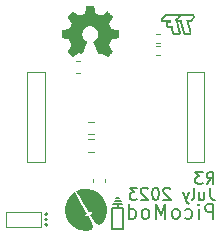
<source format=gbr>
%TF.GenerationSoftware,KiCad,Pcbnew,7.0.2*%
%TF.CreationDate,2023-09-13T14:25:54-04:00*%
%TF.ProjectId,PicoMod,5069636f-4d6f-4642-9e6b-696361645f70,rev?*%
%TF.SameCoordinates,Original*%
%TF.FileFunction,Legend,Bot*%
%TF.FilePolarity,Positive*%
%FSLAX46Y46*%
G04 Gerber Fmt 4.6, Leading zero omitted, Abs format (unit mm)*
G04 Created by KiCad (PCBNEW 7.0.2) date 2023-09-13 14:25:54*
%MOMM*%
%LPD*%
G01*
G04 APERTURE LIST*
%ADD10C,0.200000*%
%ADD11C,0.150000*%
%ADD12C,0.120000*%
%ADD13C,0.100000*%
G04 APERTURE END LIST*
D10*
X24200000Y-38650000D02*
G75*
G03*
X24200000Y-38650000I-100000J0D01*
G01*
D11*
X29900000Y-37050000D02*
X30400000Y-37050000D01*
X30150000Y-37350000D02*
X30150000Y-37650000D01*
D10*
X24200000Y-39100000D02*
G75*
G03*
X24200000Y-39100000I-100000J0D01*
G01*
X24200000Y-38200000D02*
G75*
G03*
X24200000Y-38200000I-100000J0D01*
G01*
D11*
X29750000Y-37350000D02*
X30550000Y-37350000D01*
X30050000Y-36800000D02*
X30250000Y-36800000D01*
X37690476Y-35627619D02*
X38023809Y-35151428D01*
X38261904Y-35627619D02*
X38261904Y-34627619D01*
X38261904Y-34627619D02*
X37880952Y-34627619D01*
X37880952Y-34627619D02*
X37785714Y-34675238D01*
X37785714Y-34675238D02*
X37738095Y-34722857D01*
X37738095Y-34722857D02*
X37690476Y-34818095D01*
X37690476Y-34818095D02*
X37690476Y-34960952D01*
X37690476Y-34960952D02*
X37738095Y-35056190D01*
X37738095Y-35056190D02*
X37785714Y-35103809D01*
X37785714Y-35103809D02*
X37880952Y-35151428D01*
X37880952Y-35151428D02*
X38261904Y-35151428D01*
X37357142Y-34627619D02*
X36738095Y-34627619D01*
X36738095Y-34627619D02*
X37071428Y-35008571D01*
X37071428Y-35008571D02*
X36928571Y-35008571D01*
X36928571Y-35008571D02*
X36833333Y-35056190D01*
X36833333Y-35056190D02*
X36785714Y-35103809D01*
X36785714Y-35103809D02*
X36738095Y-35199047D01*
X36738095Y-35199047D02*
X36738095Y-35437142D01*
X36738095Y-35437142D02*
X36785714Y-35532380D01*
X36785714Y-35532380D02*
X36833333Y-35580000D01*
X36833333Y-35580000D02*
X36928571Y-35627619D01*
X36928571Y-35627619D02*
X37214285Y-35627619D01*
X37214285Y-35627619D02*
X37309523Y-35580000D01*
X37309523Y-35580000D02*
X37357142Y-35532380D01*
X37976190Y-35977619D02*
X37976190Y-36691904D01*
X37976190Y-36691904D02*
X38023809Y-36834761D01*
X38023809Y-36834761D02*
X38119047Y-36930000D01*
X38119047Y-36930000D02*
X38261904Y-36977619D01*
X38261904Y-36977619D02*
X38357142Y-36977619D01*
X37071428Y-36310952D02*
X37071428Y-36977619D01*
X37499999Y-36310952D02*
X37499999Y-36834761D01*
X37499999Y-36834761D02*
X37452380Y-36930000D01*
X37452380Y-36930000D02*
X37357142Y-36977619D01*
X37357142Y-36977619D02*
X37214285Y-36977619D01*
X37214285Y-36977619D02*
X37119047Y-36930000D01*
X37119047Y-36930000D02*
X37071428Y-36882380D01*
X36452380Y-36977619D02*
X36547618Y-36930000D01*
X36547618Y-36930000D02*
X36595237Y-36834761D01*
X36595237Y-36834761D02*
X36595237Y-35977619D01*
X36166665Y-36310952D02*
X35928570Y-36977619D01*
X35690475Y-36310952D02*
X35928570Y-36977619D01*
X35928570Y-36977619D02*
X36023808Y-37215714D01*
X36023808Y-37215714D02*
X36071427Y-37263333D01*
X36071427Y-37263333D02*
X36166665Y-37310952D01*
X34595236Y-36072857D02*
X34547617Y-36025238D01*
X34547617Y-36025238D02*
X34452379Y-35977619D01*
X34452379Y-35977619D02*
X34214284Y-35977619D01*
X34214284Y-35977619D02*
X34119046Y-36025238D01*
X34119046Y-36025238D02*
X34071427Y-36072857D01*
X34071427Y-36072857D02*
X34023808Y-36168095D01*
X34023808Y-36168095D02*
X34023808Y-36263333D01*
X34023808Y-36263333D02*
X34071427Y-36406190D01*
X34071427Y-36406190D02*
X34642855Y-36977619D01*
X34642855Y-36977619D02*
X34023808Y-36977619D01*
X33404760Y-35977619D02*
X33309522Y-35977619D01*
X33309522Y-35977619D02*
X33214284Y-36025238D01*
X33214284Y-36025238D02*
X33166665Y-36072857D01*
X33166665Y-36072857D02*
X33119046Y-36168095D01*
X33119046Y-36168095D02*
X33071427Y-36358571D01*
X33071427Y-36358571D02*
X33071427Y-36596666D01*
X33071427Y-36596666D02*
X33119046Y-36787142D01*
X33119046Y-36787142D02*
X33166665Y-36882380D01*
X33166665Y-36882380D02*
X33214284Y-36930000D01*
X33214284Y-36930000D02*
X33309522Y-36977619D01*
X33309522Y-36977619D02*
X33404760Y-36977619D01*
X33404760Y-36977619D02*
X33499998Y-36930000D01*
X33499998Y-36930000D02*
X33547617Y-36882380D01*
X33547617Y-36882380D02*
X33595236Y-36787142D01*
X33595236Y-36787142D02*
X33642855Y-36596666D01*
X33642855Y-36596666D02*
X33642855Y-36358571D01*
X33642855Y-36358571D02*
X33595236Y-36168095D01*
X33595236Y-36168095D02*
X33547617Y-36072857D01*
X33547617Y-36072857D02*
X33499998Y-36025238D01*
X33499998Y-36025238D02*
X33404760Y-35977619D01*
X32690474Y-36072857D02*
X32642855Y-36025238D01*
X32642855Y-36025238D02*
X32547617Y-35977619D01*
X32547617Y-35977619D02*
X32309522Y-35977619D01*
X32309522Y-35977619D02*
X32214284Y-36025238D01*
X32214284Y-36025238D02*
X32166665Y-36072857D01*
X32166665Y-36072857D02*
X32119046Y-36168095D01*
X32119046Y-36168095D02*
X32119046Y-36263333D01*
X32119046Y-36263333D02*
X32166665Y-36406190D01*
X32166665Y-36406190D02*
X32738093Y-36977619D01*
X32738093Y-36977619D02*
X32119046Y-36977619D01*
X31785712Y-35977619D02*
X31166665Y-35977619D01*
X31166665Y-35977619D02*
X31499998Y-36358571D01*
X31499998Y-36358571D02*
X31357141Y-36358571D01*
X31357141Y-36358571D02*
X31261903Y-36406190D01*
X31261903Y-36406190D02*
X31214284Y-36453809D01*
X31214284Y-36453809D02*
X31166665Y-36549047D01*
X31166665Y-36549047D02*
X31166665Y-36787142D01*
X31166665Y-36787142D02*
X31214284Y-36882380D01*
X31214284Y-36882380D02*
X31261903Y-36930000D01*
X31261903Y-36930000D02*
X31357141Y-36977619D01*
X31357141Y-36977619D02*
X31642855Y-36977619D01*
X31642855Y-36977619D02*
X31738093Y-36930000D01*
X31738093Y-36930000D02*
X31785712Y-36882380D01*
X38252380Y-38597023D02*
X38252380Y-37347023D01*
X38252380Y-37347023D02*
X37776190Y-37347023D01*
X37776190Y-37347023D02*
X37657142Y-37406547D01*
X37657142Y-37406547D02*
X37597619Y-37466071D01*
X37597619Y-37466071D02*
X37538095Y-37585119D01*
X37538095Y-37585119D02*
X37538095Y-37763690D01*
X37538095Y-37763690D02*
X37597619Y-37882738D01*
X37597619Y-37882738D02*
X37657142Y-37942261D01*
X37657142Y-37942261D02*
X37776190Y-38001785D01*
X37776190Y-38001785D02*
X38252380Y-38001785D01*
X37002380Y-38597023D02*
X37002380Y-37763690D01*
X37002380Y-37347023D02*
X37061904Y-37406547D01*
X37061904Y-37406547D02*
X37002380Y-37466071D01*
X37002380Y-37466071D02*
X36942857Y-37406547D01*
X36942857Y-37406547D02*
X37002380Y-37347023D01*
X37002380Y-37347023D02*
X37002380Y-37466071D01*
X35871428Y-38537500D02*
X35990476Y-38597023D01*
X35990476Y-38597023D02*
X36228571Y-38597023D01*
X36228571Y-38597023D02*
X36347619Y-38537500D01*
X36347619Y-38537500D02*
X36407142Y-38477976D01*
X36407142Y-38477976D02*
X36466666Y-38358928D01*
X36466666Y-38358928D02*
X36466666Y-38001785D01*
X36466666Y-38001785D02*
X36407142Y-37882738D01*
X36407142Y-37882738D02*
X36347619Y-37823214D01*
X36347619Y-37823214D02*
X36228571Y-37763690D01*
X36228571Y-37763690D02*
X35990476Y-37763690D01*
X35990476Y-37763690D02*
X35871428Y-37823214D01*
X35157142Y-38597023D02*
X35276190Y-38537500D01*
X35276190Y-38537500D02*
X35335713Y-38477976D01*
X35335713Y-38477976D02*
X35395237Y-38358928D01*
X35395237Y-38358928D02*
X35395237Y-38001785D01*
X35395237Y-38001785D02*
X35335713Y-37882738D01*
X35335713Y-37882738D02*
X35276190Y-37823214D01*
X35276190Y-37823214D02*
X35157142Y-37763690D01*
X35157142Y-37763690D02*
X34978571Y-37763690D01*
X34978571Y-37763690D02*
X34859523Y-37823214D01*
X34859523Y-37823214D02*
X34799999Y-37882738D01*
X34799999Y-37882738D02*
X34740475Y-38001785D01*
X34740475Y-38001785D02*
X34740475Y-38358928D01*
X34740475Y-38358928D02*
X34799999Y-38477976D01*
X34799999Y-38477976D02*
X34859523Y-38537500D01*
X34859523Y-38537500D02*
X34978571Y-38597023D01*
X34978571Y-38597023D02*
X35157142Y-38597023D01*
X34204761Y-38597023D02*
X34204761Y-37347023D01*
X34204761Y-37347023D02*
X33788095Y-38239880D01*
X33788095Y-38239880D02*
X33371428Y-37347023D01*
X33371428Y-37347023D02*
X33371428Y-38597023D01*
X32597619Y-38597023D02*
X32716667Y-38537500D01*
X32716667Y-38537500D02*
X32776190Y-38477976D01*
X32776190Y-38477976D02*
X32835714Y-38358928D01*
X32835714Y-38358928D02*
X32835714Y-38001785D01*
X32835714Y-38001785D02*
X32776190Y-37882738D01*
X32776190Y-37882738D02*
X32716667Y-37823214D01*
X32716667Y-37823214D02*
X32597619Y-37763690D01*
X32597619Y-37763690D02*
X32419048Y-37763690D01*
X32419048Y-37763690D02*
X32300000Y-37823214D01*
X32300000Y-37823214D02*
X32240476Y-37882738D01*
X32240476Y-37882738D02*
X32180952Y-38001785D01*
X32180952Y-38001785D02*
X32180952Y-38358928D01*
X32180952Y-38358928D02*
X32240476Y-38477976D01*
X32240476Y-38477976D02*
X32300000Y-38537500D01*
X32300000Y-38537500D02*
X32419048Y-38597023D01*
X32419048Y-38597023D02*
X32597619Y-38597023D01*
X31109524Y-38597023D02*
X31109524Y-37347023D01*
X31109524Y-38537500D02*
X31228572Y-38597023D01*
X31228572Y-38597023D02*
X31466667Y-38597023D01*
X31466667Y-38597023D02*
X31585715Y-38537500D01*
X31585715Y-38537500D02*
X31645238Y-38477976D01*
X31645238Y-38477976D02*
X31704762Y-38358928D01*
X31704762Y-38358928D02*
X31704762Y-38001785D01*
X31704762Y-38001785D02*
X31645238Y-37882738D01*
X31645238Y-37882738D02*
X31585715Y-37823214D01*
X31585715Y-37823214D02*
X31466667Y-37763690D01*
X31466667Y-37763690D02*
X31228572Y-37763690D01*
X31228572Y-37763690D02*
X31109524Y-37823214D01*
%TO.C,TP1*%
X30650000Y-37650000D02*
X29650000Y-37650000D01*
X29650000Y-37650000D02*
X29650000Y-39450000D01*
X30650000Y-39450000D02*
X30650000Y-37650000D01*
X29650000Y-39450000D02*
X30650000Y-39450000D01*
%TO.C,G\u002A\u002A\u002A*%
G36*
X36704597Y-21462448D02*
G01*
X36704597Y-21539567D01*
X36519890Y-21724111D01*
X36335183Y-21908655D01*
X36254954Y-21908655D01*
X36253165Y-21908655D01*
X36220270Y-21908736D01*
X36198270Y-21909239D01*
X36185106Y-21910558D01*
X36178720Y-21913084D01*
X36177056Y-21917211D01*
X36178056Y-21923331D01*
X36178302Y-21924405D01*
X36180043Y-21931629D01*
X36182704Y-21942047D01*
X36186644Y-21957000D01*
X36192224Y-21977830D01*
X36199806Y-22005878D01*
X36209751Y-22042484D01*
X36222418Y-22088991D01*
X36238170Y-22146739D01*
X36245105Y-22172200D01*
X36256132Y-22212847D01*
X36266443Y-22251038D01*
X36275126Y-22283397D01*
X36281273Y-22306549D01*
X36288917Y-22335356D01*
X36296868Y-22364816D01*
X36303282Y-22388085D01*
X36303506Y-22388880D01*
X36309961Y-22412249D01*
X36317981Y-22441769D01*
X36325882Y-22471251D01*
X36333891Y-22501369D01*
X36343678Y-22538134D01*
X36352362Y-22570724D01*
X36360217Y-22600243D01*
X36369968Y-22636991D01*
X36378753Y-22670198D01*
X36379606Y-22673428D01*
X36386883Y-22700970D01*
X36393518Y-22726045D01*
X36398166Y-22743580D01*
X36400184Y-22755382D01*
X36402317Y-22778945D01*
X36403798Y-22808822D01*
X36404390Y-22841279D01*
X36404545Y-22916147D01*
X36354146Y-22966844D01*
X36303747Y-23017540D01*
X36045753Y-23017540D01*
X35787758Y-23017540D01*
X35747649Y-22976772D01*
X35734732Y-22963600D01*
X35723638Y-22951455D01*
X35714985Y-22939773D01*
X35707804Y-22926374D01*
X35701128Y-22909082D01*
X35693988Y-22885719D01*
X35685418Y-22854108D01*
X35674449Y-22812070D01*
X35664649Y-22774563D01*
X35650186Y-22719607D01*
X35635511Y-22664247D01*
X35621494Y-22611740D01*
X35609000Y-22565347D01*
X35598898Y-22528326D01*
X35596132Y-22518268D01*
X35586456Y-22482761D01*
X35576823Y-22447017D01*
X35568962Y-22417437D01*
X35561315Y-22388629D01*
X35553363Y-22359170D01*
X35546948Y-22335902D01*
X35541821Y-22317455D01*
X35530483Y-22275802D01*
X35516077Y-22222045D01*
X35498697Y-22156523D01*
X35497083Y-22150439D01*
X35489734Y-22123025D01*
X35480274Y-22088037D01*
X35469749Y-22049337D01*
X35459205Y-22010786D01*
X35454077Y-21992046D01*
X35445589Y-21960785D01*
X35438791Y-21935427D01*
X35434276Y-21918194D01*
X35432640Y-21911312D01*
X35432115Y-21911024D01*
X35422691Y-21910094D01*
X35403267Y-21909341D01*
X35376208Y-21908838D01*
X35343883Y-21908655D01*
X35311428Y-21908746D01*
X35286030Y-21909218D01*
X35270078Y-21910329D01*
X35261679Y-21912336D01*
X35258937Y-21915497D01*
X35259957Y-21920070D01*
X35260361Y-21921078D01*
X35264652Y-21934221D01*
X35270766Y-21955354D01*
X35277519Y-21980406D01*
X35277667Y-21980975D01*
X35287704Y-22019379D01*
X35298847Y-22061680D01*
X35311862Y-22110777D01*
X35327516Y-22169569D01*
X35334927Y-22197435D01*
X35344696Y-22234311D01*
X35353430Y-22267412D01*
X35363176Y-22304393D01*
X35375757Y-22351882D01*
X35386306Y-22391390D01*
X35394409Y-22421368D01*
X35399651Y-22440267D01*
X35400988Y-22444983D01*
X35407537Y-22468635D01*
X35416190Y-22500431D01*
X35426009Y-22536879D01*
X35436056Y-22574487D01*
X35445393Y-22609762D01*
X35453082Y-22639214D01*
X35460496Y-22667899D01*
X35468505Y-22698833D01*
X35475036Y-22724012D01*
X35477106Y-22733567D01*
X35480978Y-22762597D01*
X35483576Y-22799243D01*
X35484497Y-22836047D01*
X35484590Y-22839773D01*
X35484822Y-22919658D01*
X35438333Y-22968599D01*
X35391844Y-23017540D01*
X35129924Y-23017540D01*
X34868004Y-23017540D01*
X34829763Y-22978896D01*
X34816033Y-22964722D01*
X34801758Y-22947884D01*
X34792001Y-22931536D01*
X34784309Y-22911272D01*
X34776229Y-22882684D01*
X34774004Y-22874313D01*
X34765779Y-22843397D01*
X34755644Y-22805342D01*
X34744680Y-22764197D01*
X34733963Y-22724012D01*
X34719470Y-22669645D01*
X34707343Y-22624049D01*
X34697784Y-22587936D01*
X34690379Y-22559721D01*
X34684713Y-22537815D01*
X34680373Y-22520631D01*
X34676945Y-22506582D01*
X34674015Y-22494081D01*
X34666889Y-22463097D01*
X34519594Y-22463097D01*
X34372299Y-22463097D01*
X34331982Y-22422330D01*
X34325259Y-22415579D01*
X34315739Y-22405883D01*
X34307710Y-22396785D01*
X34300686Y-22386965D01*
X34294185Y-22375101D01*
X34287722Y-22359874D01*
X34280813Y-22339962D01*
X34272975Y-22314044D01*
X34263724Y-22280801D01*
X34252575Y-22238911D01*
X34239046Y-22187054D01*
X34222652Y-22123909D01*
X34220465Y-22113660D01*
X34216698Y-22085358D01*
X34214118Y-22050507D01*
X34213098Y-22013441D01*
X34213079Y-22004620D01*
X34213330Y-21974537D01*
X34214429Y-21954131D01*
X34216799Y-21940679D01*
X34220865Y-21931460D01*
X34227048Y-21923751D01*
X34241231Y-21908655D01*
X34061786Y-21908655D01*
X33882340Y-21908655D01*
X33838872Y-21863629D01*
X33795403Y-21818603D01*
X33795403Y-21729302D01*
X33957182Y-21729302D01*
X33957850Y-21734304D01*
X33963228Y-21748845D01*
X34309824Y-21750533D01*
X34341190Y-21750695D01*
X34405288Y-21751085D01*
X34464727Y-21751526D01*
X34518308Y-21752005D01*
X34564834Y-21752507D01*
X34603106Y-21753019D01*
X34631926Y-21753527D01*
X34650097Y-21754018D01*
X34656420Y-21754478D01*
X34656446Y-21754717D01*
X34658422Y-21763315D01*
X34663220Y-21782548D01*
X34670389Y-21810659D01*
X34679480Y-21845889D01*
X34690040Y-21886482D01*
X34701619Y-21930680D01*
X34703474Y-21937788D01*
X34709410Y-21961366D01*
X34713562Y-21979156D01*
X34715126Y-21987755D01*
X34711147Y-21989008D01*
X34695790Y-21990444D01*
X34670532Y-21991667D01*
X34637123Y-21992618D01*
X34597313Y-21993233D01*
X34552853Y-21993452D01*
X34545584Y-21993453D01*
X34495753Y-21993588D01*
X34457269Y-21994003D01*
X34428626Y-21994786D01*
X34408321Y-21996023D01*
X34394848Y-21997802D01*
X34386702Y-22000210D01*
X34382378Y-22003335D01*
X34380844Y-22006121D01*
X34379838Y-22013774D01*
X34380982Y-22026524D01*
X34384569Y-22045860D01*
X34390892Y-22073268D01*
X34400245Y-22110237D01*
X34412921Y-22158252D01*
X34451666Y-22303287D01*
X34627159Y-22306549D01*
X34802653Y-22309810D01*
X34810333Y-22332640D01*
X34811066Y-22334863D01*
X34816845Y-22353913D01*
X34824192Y-22379822D01*
X34831699Y-22407653D01*
X34833005Y-22412629D01*
X34839098Y-22435799D01*
X34847796Y-22468834D01*
X34858552Y-22509652D01*
X34870814Y-22556169D01*
X34884035Y-22606302D01*
X34897666Y-22657966D01*
X34904247Y-22682925D01*
X34916548Y-22729690D01*
X34927508Y-22771498D01*
X34936727Y-22806819D01*
X34943806Y-22834121D01*
X34948346Y-22851873D01*
X34949948Y-22858544D01*
X34950172Y-22858665D01*
X34958666Y-22859285D01*
X34978261Y-22859842D01*
X35007316Y-22860312D01*
X35044191Y-22860675D01*
X35087245Y-22860909D01*
X35134839Y-22860992D01*
X35152497Y-22860987D01*
X35203241Y-22860882D01*
X35242866Y-22860573D01*
X35272851Y-22859973D01*
X35294677Y-22858995D01*
X35309825Y-22857553D01*
X35319774Y-22855560D01*
X35326007Y-22852930D01*
X35330002Y-22849577D01*
X35330971Y-22848438D01*
X35333768Y-22843410D01*
X35334884Y-22836047D01*
X35334023Y-22824641D01*
X35330889Y-22807486D01*
X35325187Y-22782872D01*
X35316622Y-22749094D01*
X35304898Y-22704443D01*
X35303786Y-22700243D01*
X35292024Y-22656017D01*
X35280331Y-22612407D01*
X35269521Y-22572414D01*
X35260402Y-22539038D01*
X35253786Y-22515280D01*
X35250406Y-22503122D01*
X35243427Y-22477550D01*
X35233737Y-22441747D01*
X35221692Y-22397038D01*
X35207647Y-22344746D01*
X35191957Y-22286195D01*
X35174978Y-22222710D01*
X35157067Y-22155615D01*
X35138577Y-22086232D01*
X35043494Y-21729118D01*
X35225731Y-21729118D01*
X35226304Y-21734673D01*
X35230625Y-21751890D01*
X35401450Y-21753629D01*
X35572275Y-21755368D01*
X35589812Y-21823858D01*
X35593690Y-21838849D01*
X35603069Y-21874438D01*
X35614289Y-21916393D01*
X35626264Y-21960673D01*
X35637913Y-22003236D01*
X35644936Y-22028747D01*
X35656092Y-22069381D01*
X35666540Y-22107557D01*
X35675356Y-22139903D01*
X35681620Y-22163046D01*
X35682259Y-22165421D01*
X35689392Y-22191938D01*
X35695769Y-22215601D01*
X35700077Y-22231536D01*
X35700346Y-22232529D01*
X35704889Y-22249364D01*
X35711374Y-22273487D01*
X35718490Y-22300026D01*
X35722763Y-22315922D01*
X35731628Y-22348720D01*
X35741598Y-22385434D01*
X35751216Y-22420699D01*
X35756701Y-22440861D01*
X35768145Y-22483390D01*
X35779990Y-22527881D01*
X35790403Y-22567463D01*
X35793622Y-22579785D01*
X35806297Y-22627991D01*
X35819027Y-22675948D01*
X35831254Y-22721591D01*
X35842422Y-22762860D01*
X35851973Y-22797691D01*
X35859349Y-22824023D01*
X35863993Y-22839792D01*
X35870683Y-22860992D01*
X36054774Y-22860992D01*
X36054860Y-22860992D01*
X36111188Y-22860908D01*
X36155825Y-22860544D01*
X36190123Y-22859729D01*
X36215434Y-22858293D01*
X36233111Y-22856066D01*
X36244505Y-22852878D01*
X36250970Y-22848558D01*
X36253858Y-22842935D01*
X36254519Y-22835841D01*
X36254052Y-22832245D01*
X36252489Y-22824814D01*
X36249619Y-22812773D01*
X36245232Y-22795323D01*
X36239117Y-22771667D01*
X36231063Y-22741006D01*
X36220860Y-22702543D01*
X36208295Y-22655479D01*
X36193160Y-22599016D01*
X36175242Y-22532356D01*
X36154331Y-22454702D01*
X36130217Y-22365255D01*
X36123195Y-22339168D01*
X36114133Y-22305417D01*
X36105701Y-22273935D01*
X36095920Y-22237370D01*
X36070974Y-22144308D01*
X36049267Y-22063636D01*
X36030750Y-21995183D01*
X36015379Y-21938779D01*
X36003108Y-21894255D01*
X35993888Y-21861440D01*
X35987676Y-21840165D01*
X35982489Y-21822234D01*
X35975780Y-21796559D01*
X35971358Y-21776567D01*
X35966923Y-21752106D01*
X36117656Y-21752106D01*
X36268390Y-21752106D01*
X36413111Y-21608822D01*
X36424943Y-21597099D01*
X36463506Y-21558709D01*
X36493794Y-21528139D01*
X36516680Y-21504406D01*
X36533035Y-21486528D01*
X36543732Y-21473522D01*
X36549644Y-21464405D01*
X36551642Y-21458193D01*
X36550599Y-21453904D01*
X36549667Y-21452661D01*
X36547051Y-21450696D01*
X36542457Y-21448987D01*
X36535033Y-21447512D01*
X36523928Y-21446250D01*
X36508290Y-21445179D01*
X36487269Y-21444277D01*
X36460012Y-21443524D01*
X36425669Y-21442898D01*
X36383388Y-21442377D01*
X36332318Y-21441940D01*
X36271608Y-21441565D01*
X36200405Y-21441231D01*
X36117860Y-21440917D01*
X36023121Y-21440601D01*
X35502876Y-21438931D01*
X35362430Y-21578194D01*
X35335967Y-21604471D01*
X35301447Y-21638974D01*
X35274739Y-21666125D01*
X35254911Y-21686994D01*
X35241029Y-21702656D01*
X35232161Y-21714182D01*
X35227373Y-21722645D01*
X35225731Y-21729118D01*
X35043494Y-21729118D01*
X35039104Y-21712629D01*
X35164925Y-21588636D01*
X35195181Y-21558788D01*
X35225876Y-21528306D01*
X35248929Y-21504953D01*
X35265277Y-21487610D01*
X35275853Y-21475155D01*
X35281592Y-21466469D01*
X35283431Y-21460432D01*
X35282304Y-21455925D01*
X35279146Y-21451826D01*
X35279011Y-21451678D01*
X35276576Y-21449358D01*
X35273219Y-21447340D01*
X35268074Y-21445603D01*
X35260274Y-21444127D01*
X35248953Y-21442891D01*
X35233246Y-21441873D01*
X35212287Y-21441053D01*
X35185210Y-21440410D01*
X35151149Y-21439923D01*
X35109237Y-21439572D01*
X35058610Y-21439334D01*
X34998400Y-21439191D01*
X34927743Y-21439120D01*
X34845772Y-21439100D01*
X34751621Y-21439112D01*
X34235696Y-21439214D01*
X34094084Y-21579488D01*
X34078317Y-21595120D01*
X34041173Y-21632140D01*
X34012156Y-21661489D01*
X33990357Y-21684200D01*
X33974869Y-21701304D01*
X33964783Y-21713834D01*
X33959190Y-21722823D01*
X33957182Y-21729302D01*
X33795403Y-21729302D01*
X33795403Y-21728450D01*
X33795403Y-21638297D01*
X33975016Y-21460379D01*
X34154629Y-21282461D01*
X34746754Y-21282461D01*
X35338879Y-21282461D01*
X35357627Y-21302029D01*
X35362127Y-21306619D01*
X35373665Y-21317310D01*
X35380046Y-21321567D01*
X35381799Y-21320840D01*
X35391110Y-21313900D01*
X35404564Y-21301999D01*
X35425409Y-21282461D01*
X36014950Y-21282461D01*
X36604491Y-21282461D01*
X36654544Y-21333894D01*
X36704597Y-21385328D01*
X36704597Y-21458193D01*
X36704597Y-21462448D01*
G37*
D12*
%TO.C,R6*%
X27662742Y-30377500D02*
X28137258Y-30377500D01*
X27662742Y-31422500D02*
X28137258Y-31422500D01*
%TO.C,R2*%
X33396359Y-22970000D02*
X33703641Y-22970000D01*
X33396359Y-23730000D02*
X33703641Y-23730000D01*
D13*
%TO.C,J3*%
X22500000Y-33800000D02*
X22500000Y-26200000D01*
X24000000Y-33800000D02*
X22500000Y-33800000D01*
X22500000Y-26200000D02*
X24000000Y-26200000D01*
X24000000Y-26200000D02*
X24000000Y-33800000D01*
%TO.C,J2*%
X36000000Y-33800000D02*
X36000000Y-26200000D01*
X37500000Y-33800000D02*
X36000000Y-33800000D01*
X36000000Y-26200000D02*
X37500000Y-26200000D01*
X37500000Y-26200000D02*
X37500000Y-33800000D01*
%TO.C,G\u002A\u002A\u002A*%
G36*
X27840209Y-20547634D02*
G01*
X28164134Y-20551060D01*
X28178659Y-20615169D01*
X28180939Y-20625459D01*
X28191000Y-20673802D01*
X28202808Y-20733740D01*
X28214261Y-20794674D01*
X28221038Y-20831695D01*
X28241191Y-20940438D01*
X28257709Y-21026923D01*
X28271096Y-21093482D01*
X28281855Y-21142444D01*
X28290491Y-21176142D01*
X28297508Y-21196905D01*
X28303409Y-21207065D01*
X28317183Y-21215254D01*
X28351455Y-21231596D01*
X28401775Y-21253862D01*
X28464043Y-21280240D01*
X28534161Y-21308921D01*
X28599144Y-21334920D01*
X28659621Y-21358453D01*
X28703126Y-21374038D01*
X28733346Y-21382698D01*
X28753973Y-21385455D01*
X28768695Y-21383331D01*
X28781201Y-21377348D01*
X28781283Y-21377298D01*
X28805556Y-21361804D01*
X28846530Y-21334672D01*
X28899855Y-21298858D01*
X28961182Y-21257318D01*
X29026164Y-21213007D01*
X29090450Y-21168882D01*
X29149692Y-21127897D01*
X29199542Y-21093010D01*
X29212287Y-21084131D01*
X29252820Y-21057493D01*
X29284723Y-21038879D01*
X29301982Y-21031878D01*
X29313316Y-21038485D01*
X29340227Y-21060981D01*
X29379010Y-21096481D01*
X29426623Y-21141914D01*
X29480025Y-21194211D01*
X29536175Y-21250301D01*
X29592031Y-21307115D01*
X29644551Y-21361584D01*
X29690694Y-21410637D01*
X29727419Y-21451205D01*
X29751685Y-21480218D01*
X29760449Y-21494607D01*
X29758760Y-21503173D01*
X29745829Y-21531414D01*
X29724327Y-21565264D01*
X29685095Y-21620423D01*
X29640506Y-21684636D01*
X29594358Y-21752342D01*
X29548965Y-21820034D01*
X29506639Y-21884203D01*
X29469693Y-21941341D01*
X29440439Y-21987943D01*
X29421191Y-22020499D01*
X29414261Y-22035503D01*
X29418426Y-22052532D01*
X29431194Y-22089207D01*
X29450619Y-22140176D01*
X29474724Y-22200688D01*
X29501531Y-22265993D01*
X29529061Y-22331338D01*
X29555337Y-22391973D01*
X29578379Y-22443146D01*
X29596212Y-22480107D01*
X29606855Y-22498104D01*
X29613717Y-22501044D01*
X29642886Y-22508905D01*
X29691349Y-22520044D01*
X29755483Y-22533675D01*
X29831660Y-22549011D01*
X29916254Y-22565265D01*
X29970320Y-22575469D01*
X30050711Y-22590844D01*
X30120752Y-22604483D01*
X30176727Y-22615651D01*
X30214921Y-22623614D01*
X30231618Y-22627636D01*
X30231978Y-22627825D01*
X30237206Y-22643614D01*
X30241480Y-22680548D01*
X30244799Y-22734411D01*
X30247163Y-22800985D01*
X30248570Y-22876055D01*
X30249022Y-22955404D01*
X30248518Y-23034815D01*
X30247058Y-23110072D01*
X30244641Y-23176959D01*
X30241268Y-23231259D01*
X30236938Y-23268755D01*
X30231651Y-23285231D01*
X30226047Y-23287707D01*
X30197893Y-23295494D01*
X30150225Y-23306457D01*
X30086858Y-23319776D01*
X30011605Y-23334637D01*
X29928280Y-23350220D01*
X29885380Y-23358183D01*
X29805617Y-23373842D01*
X29735847Y-23388647D01*
X29679892Y-23401729D01*
X29641570Y-23412220D01*
X29624704Y-23419250D01*
X29622655Y-23422066D01*
X29610794Y-23445095D01*
X29592226Y-23486007D01*
X29568824Y-23540199D01*
X29542463Y-23603067D01*
X29515015Y-23670008D01*
X29488357Y-23736419D01*
X29464360Y-23797697D01*
X29444900Y-23849239D01*
X29431849Y-23886441D01*
X29427082Y-23904701D01*
X29429173Y-23910117D01*
X29443230Y-23934641D01*
X29468776Y-23975306D01*
X29503753Y-24028930D01*
X29546102Y-24092334D01*
X29593766Y-24162336D01*
X29619530Y-24200104D01*
X29664736Y-24267779D01*
X29703502Y-24327640D01*
X29733758Y-24376392D01*
X29753431Y-24410740D01*
X29760449Y-24427391D01*
X29755977Y-24436319D01*
X29735678Y-24462293D01*
X29701270Y-24501447D01*
X29655257Y-24551036D01*
X29600146Y-24608317D01*
X29538443Y-24670545D01*
X29492991Y-24715517D01*
X29435042Y-24772196D01*
X29384803Y-24820576D01*
X29344869Y-24858189D01*
X29317838Y-24882567D01*
X29306304Y-24891242D01*
X29299526Y-24889004D01*
X29275558Y-24875909D01*
X29243026Y-24854999D01*
X29227393Y-24844327D01*
X29190053Y-24818782D01*
X29140646Y-24784919D01*
X29076907Y-24741185D01*
X28996571Y-24686026D01*
X28897372Y-24617888D01*
X28884657Y-24609274D01*
X28843528Y-24583075D01*
X28810940Y-24564764D01*
X28793040Y-24557875D01*
X28784555Y-24559998D01*
X28755821Y-24571866D01*
X28713881Y-24591828D01*
X28664523Y-24617212D01*
X28637030Y-24631679D01*
X28593242Y-24653269D01*
X28564884Y-24664019D01*
X28547432Y-24665400D01*
X28536362Y-24658882D01*
X28534843Y-24656981D01*
X28522423Y-24634692D01*
X28503448Y-24594569D01*
X28480215Y-24541643D01*
X28455025Y-24480944D01*
X28430498Y-24420424D01*
X28394618Y-24332411D01*
X28358303Y-24243808D01*
X28326542Y-24166810D01*
X28316880Y-24143490D01*
X28285844Y-24068511D01*
X28250107Y-23982105D01*
X28213364Y-23893202D01*
X28179306Y-23810735D01*
X28095837Y-23608521D01*
X28195535Y-23532628D01*
X28263186Y-23477682D01*
X28354138Y-23387194D01*
X28422077Y-23293317D01*
X28468614Y-23193072D01*
X28495356Y-23083479D01*
X28503912Y-22961560D01*
X28503082Y-22922776D01*
X28487173Y-22799026D01*
X28449955Y-22687396D01*
X28390007Y-22584478D01*
X28305907Y-22486865D01*
X28268476Y-22452215D01*
X28166044Y-22379263D01*
X28056377Y-22328523D01*
X27942206Y-22299323D01*
X27826267Y-22290988D01*
X27711291Y-22302847D01*
X27600013Y-22334226D01*
X27495166Y-22384453D01*
X27399484Y-22452854D01*
X27315698Y-22538758D01*
X27246544Y-22641491D01*
X27194754Y-22760380D01*
X27175996Y-22837823D01*
X27166336Y-22940890D01*
X27170554Y-23045610D01*
X27188819Y-23141065D01*
X27198959Y-23173537D01*
X27243625Y-23278535D01*
X27304575Y-23371996D01*
X27384924Y-23458084D01*
X27487784Y-23540964D01*
X27495483Y-23546568D01*
X27532262Y-23575743D01*
X27558140Y-23600269D01*
X27567920Y-23615324D01*
X27565563Y-23624985D01*
X27554802Y-23655917D01*
X27536837Y-23703106D01*
X27513327Y-23762229D01*
X27485930Y-23828964D01*
X27457001Y-23898589D01*
X27419198Y-23989903D01*
X27378033Y-24089611D01*
X27336807Y-24189711D01*
X27298822Y-24282206D01*
X27266012Y-24362075D01*
X27226696Y-24457065D01*
X27195308Y-24531758D01*
X27170930Y-24588226D01*
X27152642Y-24628540D01*
X27139522Y-24654772D01*
X27130651Y-24668991D01*
X27125109Y-24673271D01*
X27118699Y-24671117D01*
X27093144Y-24659528D01*
X27053501Y-24640158D01*
X27005105Y-24615573D01*
X26975126Y-24600361D01*
X26929828Y-24578494D01*
X26895741Y-24563464D01*
X26878577Y-24557875D01*
X26877091Y-24558209D01*
X26858373Y-24568028D01*
X26822744Y-24589840D01*
X26773614Y-24621461D01*
X26714389Y-24660707D01*
X26648477Y-24705392D01*
X26638257Y-24712389D01*
X26570979Y-24758185D01*
X26509298Y-24799734D01*
X26457091Y-24834455D01*
X26418233Y-24859768D01*
X26396602Y-24873092D01*
X26360013Y-24893274D01*
X26142406Y-24677493D01*
X26102770Y-24638033D01*
X26044444Y-24579365D01*
X25993658Y-24527554D01*
X25953102Y-24485378D01*
X25925465Y-24455613D01*
X25913436Y-24441038D01*
X25911835Y-24437431D01*
X25911014Y-24429040D01*
X25914214Y-24416799D01*
X25922772Y-24398564D01*
X25938024Y-24372191D01*
X25961308Y-24335537D01*
X25993959Y-24286458D01*
X26037316Y-24222809D01*
X26092715Y-24142447D01*
X26161492Y-24043228D01*
X26193591Y-23996035D01*
X26221464Y-23953102D01*
X26240334Y-23921752D01*
X26247274Y-23906644D01*
X26246434Y-23902096D01*
X26238061Y-23876391D01*
X26222211Y-23833542D01*
X26200737Y-23778097D01*
X26175492Y-23714605D01*
X26148330Y-23647613D01*
X26121106Y-23581670D01*
X26095672Y-23521324D01*
X26073883Y-23471122D01*
X26057592Y-23435613D01*
X26048654Y-23419345D01*
X26045064Y-23417080D01*
X26019810Y-23408535D01*
X25974677Y-23396890D01*
X25913564Y-23383047D01*
X25840370Y-23367907D01*
X25758993Y-23352371D01*
X25728982Y-23346859D01*
X25648698Y-23332010D01*
X25577066Y-23318619D01*
X25518231Y-23307469D01*
X25476337Y-23299342D01*
X25455528Y-23295023D01*
X25426679Y-23288027D01*
X25426679Y-22960913D01*
X25426867Y-22866295D01*
X25427596Y-22784016D01*
X25429010Y-22722270D01*
X25431251Y-22678375D01*
X25434461Y-22649654D01*
X25438781Y-22633428D01*
X25444353Y-22627017D01*
X25451928Y-22624999D01*
X25482495Y-22618369D01*
X25532259Y-22608291D01*
X25597461Y-22595508D01*
X25674340Y-22580762D01*
X25759138Y-22564796D01*
X25812416Y-22554763D01*
X25891501Y-22539504D01*
X25959719Y-22525895D01*
X26013480Y-22514673D01*
X26049193Y-22506575D01*
X26063268Y-22502339D01*
X26064770Y-22500302D01*
X26075660Y-22479315D01*
X26093651Y-22440454D01*
X26116800Y-22388309D01*
X26143163Y-22327473D01*
X26170800Y-22262536D01*
X26197767Y-22198091D01*
X26222122Y-22138728D01*
X26241924Y-22089040D01*
X26255229Y-22053617D01*
X26260096Y-22037051D01*
X26258315Y-22031559D01*
X26244749Y-22006436D01*
X26219581Y-21965222D01*
X26184895Y-21911194D01*
X26142772Y-21847628D01*
X26095295Y-21777800D01*
X26072318Y-21744351D01*
X26025700Y-21676090D01*
X25984474Y-21615199D01*
X25950940Y-21565104D01*
X25927401Y-21529236D01*
X25916159Y-21511022D01*
X25913294Y-21503142D01*
X25914127Y-21491775D01*
X25921597Y-21476404D01*
X25937641Y-21454694D01*
X25964195Y-21424312D01*
X26003196Y-21382923D01*
X26056580Y-21328194D01*
X26126285Y-21257791D01*
X26174569Y-21209573D01*
X26233097Y-21152197D01*
X26284238Y-21103267D01*
X26325357Y-21065255D01*
X26353819Y-21040634D01*
X26366990Y-21031878D01*
X26376806Y-21035824D01*
X26405499Y-21052218D01*
X26448494Y-21079124D01*
X26501962Y-21114128D01*
X26562073Y-21154819D01*
X26622756Y-21196553D01*
X26706110Y-21253845D01*
X26772061Y-21298899D01*
X26822967Y-21333068D01*
X26861183Y-21357707D01*
X26889066Y-21374171D01*
X26908972Y-21383815D01*
X26923258Y-21387994D01*
X26934280Y-21388061D01*
X26944394Y-21385374D01*
X26955957Y-21381284D01*
X26979147Y-21373176D01*
X27027583Y-21354910D01*
X27085785Y-21331890D01*
X27148947Y-21306134D01*
X27212266Y-21279661D01*
X27270935Y-21254487D01*
X27320150Y-21232633D01*
X27355105Y-21216115D01*
X27370997Y-21206953D01*
X27374222Y-21200256D01*
X27382735Y-21170888D01*
X27394296Y-21122164D01*
X27408082Y-21057822D01*
X27423273Y-20981604D01*
X27439045Y-20897249D01*
X27447800Y-20849386D01*
X27463197Y-20767492D01*
X27477353Y-20694961D01*
X27489469Y-20635766D01*
X27498741Y-20593881D01*
X27504370Y-20573278D01*
X27516284Y-20544208D01*
X27840209Y-20547634D01*
G37*
D12*
%TO.C,R7*%
X27662742Y-31877500D02*
X28137258Y-31877500D01*
X27662742Y-32922500D02*
X28137258Y-32922500D01*
%TO.C,R1*%
X33396359Y-23970000D02*
X33703641Y-23970000D01*
X33396359Y-24730000D02*
X33703641Y-24730000D01*
%TO.C,C6*%
X29110000Y-35209420D02*
X29110000Y-35490580D01*
X28090000Y-35209420D02*
X28090000Y-35490580D01*
%TO.C,JP1*%
X23700000Y-39300000D02*
X23700000Y-38000000D01*
X23700000Y-38000000D02*
X20700000Y-38000000D01*
X20700000Y-39300000D02*
X23700000Y-39300000D01*
X20700000Y-38000000D02*
X20700000Y-39300000D01*
%TO.C,G\u002A\u002A\u002A*%
G36*
X26548144Y-36324128D02*
G01*
X26553962Y-36332291D01*
X26555388Y-36335454D01*
X26560106Y-36346053D01*
X26567645Y-36363057D01*
X26577684Y-36385738D01*
X26589900Y-36413367D01*
X26603970Y-36445215D01*
X26619574Y-36480553D01*
X26636387Y-36518652D01*
X26654089Y-36558784D01*
X26664323Y-36582053D01*
X26674506Y-36605307D01*
X26683811Y-36626585D01*
X26692431Y-36646241D01*
X26700558Y-36664629D01*
X26708385Y-36682102D01*
X26716107Y-36699017D01*
X26723915Y-36715725D01*
X26732003Y-36732582D01*
X26740564Y-36749942D01*
X26749792Y-36768158D01*
X26759878Y-36787585D01*
X26771017Y-36808578D01*
X26783401Y-36831489D01*
X26797224Y-36856674D01*
X26812678Y-36884487D01*
X26829957Y-36915281D01*
X26849254Y-36949410D01*
X26870761Y-36987230D01*
X26894673Y-37029094D01*
X26921181Y-37075355D01*
X26950480Y-37126369D01*
X26982762Y-37182490D01*
X27018220Y-37244071D01*
X27057047Y-37311466D01*
X27099437Y-37385031D01*
X27145582Y-37465118D01*
X27195676Y-37552083D01*
X27210978Y-37578652D01*
X27253526Y-37652527D01*
X27292167Y-37719619D01*
X27327087Y-37780257D01*
X27358471Y-37834770D01*
X27386505Y-37883488D01*
X27411374Y-37926738D01*
X27433265Y-37964851D01*
X27452362Y-37998155D01*
X27468852Y-38026979D01*
X27482919Y-38051653D01*
X27494751Y-38072505D01*
X27504532Y-38089864D01*
X27512448Y-38104060D01*
X27518685Y-38115421D01*
X27523428Y-38124277D01*
X27526863Y-38130957D01*
X27529175Y-38135789D01*
X27530552Y-38139102D01*
X27531177Y-38141227D01*
X27531236Y-38142491D01*
X27530916Y-38143224D01*
X27530402Y-38143754D01*
X27529879Y-38144412D01*
X27529601Y-38144843D01*
X27525065Y-38150527D01*
X27516023Y-38161193D01*
X27503362Y-38175813D01*
X27487971Y-38193359D01*
X27470739Y-38212802D01*
X27469344Y-38214368D01*
X27448163Y-38238162D01*
X27431911Y-38256654D01*
X27420058Y-38270757D01*
X27412070Y-38281382D01*
X27407414Y-38289442D01*
X27405557Y-38295848D01*
X27405968Y-38301512D01*
X27408112Y-38307345D01*
X27411459Y-38314259D01*
X27414637Y-38320442D01*
X27422737Y-38335061D01*
X27432966Y-38352645D01*
X27443851Y-38370632D01*
X27444008Y-38370885D01*
X27455546Y-38388809D01*
X27464186Y-38400350D01*
X27470808Y-38406534D01*
X27476295Y-38408389D01*
X27478827Y-38408166D01*
X27489190Y-38406560D01*
X27505744Y-38403605D01*
X27527203Y-38399542D01*
X27552280Y-38394613D01*
X27579689Y-38389057D01*
X27590646Y-38386832D01*
X27618590Y-38381427D01*
X27643092Y-38377077D01*
X27662980Y-38373971D01*
X27677081Y-38372297D01*
X27684221Y-38372244D01*
X27687036Y-38373013D01*
X27693897Y-38375693D01*
X27700428Y-38379933D01*
X27707116Y-38386481D01*
X27714445Y-38396085D01*
X27722902Y-38409490D01*
X27732972Y-38427444D01*
X27745141Y-38450694D01*
X27759894Y-38479986D01*
X27777717Y-38516069D01*
X27787234Y-38535473D01*
X27827507Y-38618434D01*
X27863794Y-38694726D01*
X27896267Y-38764782D01*
X27925100Y-38829037D01*
X27950465Y-38887923D01*
X27972537Y-38941875D01*
X27991488Y-38991324D01*
X28007492Y-39036705D01*
X28020721Y-39078451D01*
X28031349Y-39116996D01*
X28039549Y-39152773D01*
X28045494Y-39186214D01*
X28046460Y-39193299D01*
X28048909Y-39221906D01*
X28049812Y-39253504D01*
X28049205Y-39285291D01*
X28047121Y-39314467D01*
X28043597Y-39338230D01*
X28035461Y-39368513D01*
X28022144Y-39400615D01*
X28003648Y-39431806D01*
X27979139Y-39463467D01*
X27947784Y-39496980D01*
X27941074Y-39503531D01*
X27921557Y-39521148D01*
X27903991Y-39534925D01*
X27890018Y-39543539D01*
X27881188Y-39547169D01*
X27860566Y-39553503D01*
X27833579Y-39560031D01*
X27801446Y-39566547D01*
X27765386Y-39572842D01*
X27726618Y-39578712D01*
X27686360Y-39583947D01*
X27645831Y-39588343D01*
X27606250Y-39591692D01*
X27600680Y-39592056D01*
X27572450Y-39593231D01*
X27538124Y-39593836D01*
X27499497Y-39593908D01*
X27458360Y-39593482D01*
X27416508Y-39592595D01*
X27375732Y-39591280D01*
X27337826Y-39589576D01*
X27304582Y-39587516D01*
X27277795Y-39585138D01*
X27233774Y-39579662D01*
X27124967Y-39560898D01*
X27015662Y-39534855D01*
X26907383Y-39501976D01*
X26801655Y-39462702D01*
X26700000Y-39417476D01*
X26626037Y-39379565D01*
X26536321Y-39327355D01*
X26450803Y-39270092D01*
X26368355Y-39206958D01*
X26287854Y-39137133D01*
X26208171Y-39059799D01*
X26161148Y-39010234D01*
X26099489Y-38939470D01*
X26043574Y-38867566D01*
X25992116Y-38792729D01*
X25943828Y-38713165D01*
X25897422Y-38627083D01*
X25872014Y-38575339D01*
X25823904Y-38463882D01*
X25783933Y-38350654D01*
X25752099Y-38235643D01*
X25728399Y-38118833D01*
X25712830Y-38000211D01*
X25705390Y-37879762D01*
X25706077Y-37757475D01*
X25714888Y-37633333D01*
X25716752Y-37616082D01*
X25734186Y-37498716D01*
X25759588Y-37383159D01*
X25792735Y-37269804D01*
X25833408Y-37159045D01*
X25881382Y-37051274D01*
X25936438Y-36946884D01*
X25998353Y-36846269D01*
X26066905Y-36749820D01*
X26141873Y-36657932D01*
X26223036Y-36570997D01*
X26310170Y-36489407D01*
X26403056Y-36413557D01*
X26410616Y-36407831D01*
X26436479Y-36388670D01*
X26461600Y-36370664D01*
X26485002Y-36354467D01*
X26505706Y-36340732D01*
X26522734Y-36330113D01*
X26535109Y-36323262D01*
X26541853Y-36320833D01*
X26548144Y-36324128D01*
G37*
G36*
X27488740Y-36056510D02*
G01*
X27534773Y-36056653D01*
X27574234Y-36057100D01*
X27608506Y-36057967D01*
X27638976Y-36059373D01*
X27667027Y-36061435D01*
X27694045Y-36064269D01*
X27721415Y-36067993D01*
X27750522Y-36072724D01*
X27782751Y-36078580D01*
X27819486Y-36085678D01*
X27933271Y-36112081D01*
X28046179Y-36146393D01*
X28156564Y-36188107D01*
X28263816Y-36236922D01*
X28367326Y-36292534D01*
X28466483Y-36354642D01*
X28560678Y-36422943D01*
X28649301Y-36497135D01*
X28685278Y-36530250D01*
X28770246Y-36615263D01*
X28847738Y-36703264D01*
X28918149Y-36794788D01*
X28981872Y-36890368D01*
X29039302Y-36990538D01*
X29090831Y-37095833D01*
X29118805Y-37160694D01*
X29152371Y-37248763D01*
X29180329Y-37336383D01*
X29203243Y-37425574D01*
X29221675Y-37518355D01*
X29236189Y-37616745D01*
X29238138Y-37635361D01*
X29240453Y-37668012D01*
X29242210Y-37706360D01*
X29243409Y-37748864D01*
X29244049Y-37793984D01*
X29244132Y-37840178D01*
X29243657Y-37885905D01*
X29242623Y-37929625D01*
X29241032Y-37969797D01*
X29238883Y-38004880D01*
X29236177Y-38033333D01*
X29232345Y-38062191D01*
X29221146Y-38129922D01*
X29206716Y-38200794D01*
X29189704Y-38272003D01*
X29170756Y-38340743D01*
X29150521Y-38404210D01*
X29137213Y-38441065D01*
X29104820Y-38520602D01*
X29067198Y-38601591D01*
X29025461Y-38681830D01*
X28980727Y-38759116D01*
X28934109Y-38831250D01*
X28916270Y-38856563D01*
X28894722Y-38885726D01*
X28871939Y-38915342D01*
X28848780Y-38944371D01*
X28826109Y-38971775D01*
X28804784Y-38996515D01*
X28785666Y-39017553D01*
X28769618Y-39033849D01*
X28757499Y-39044366D01*
X28750495Y-39048491D01*
X28735688Y-39055252D01*
X28716408Y-39062836D01*
X28694691Y-39070496D01*
X28672570Y-39077484D01*
X28652084Y-39083053D01*
X28649899Y-39083489D01*
X28637646Y-39084777D01*
X28619710Y-39085660D01*
X28598144Y-39086062D01*
X28575000Y-39085907D01*
X28550797Y-39085313D01*
X28532518Y-39084410D01*
X28518292Y-39082878D01*
X28505968Y-39080390D01*
X28493395Y-39076618D01*
X28478422Y-39071237D01*
X28471577Y-39068604D01*
X28439907Y-39054091D01*
X28408644Y-39035610D01*
X28376647Y-39012348D01*
X28342775Y-38983491D01*
X28305887Y-38948226D01*
X28276456Y-38917961D01*
X28246575Y-38885405D01*
X28216046Y-38850231D01*
X28184427Y-38811864D01*
X28151276Y-38769730D01*
X28116151Y-38723256D01*
X28078611Y-38671869D01*
X28038214Y-38614995D01*
X27994517Y-38552060D01*
X27947079Y-38482492D01*
X27946222Y-38481225D01*
X27920384Y-38442949D01*
X27898895Y-38410870D01*
X27881372Y-38384351D01*
X27867430Y-38362757D01*
X27856686Y-38345453D01*
X27848756Y-38331803D01*
X27843256Y-38321171D01*
X27839803Y-38312923D01*
X27838012Y-38306423D01*
X27837500Y-38301035D01*
X27837732Y-38295285D01*
X27839282Y-38286636D01*
X27842835Y-38277462D01*
X27849020Y-38266849D01*
X27858464Y-38253883D01*
X27871797Y-38237649D01*
X27889645Y-38217235D01*
X27912639Y-38191724D01*
X27920816Y-38182685D01*
X27938364Y-38162994D01*
X27953642Y-38145452D01*
X27965806Y-38131052D01*
X27974010Y-38120787D01*
X27977406Y-38115652D01*
X27977437Y-38115539D01*
X27976303Y-38108929D01*
X27971806Y-38096899D01*
X27964799Y-38081143D01*
X27956136Y-38063352D01*
X27946669Y-38045219D01*
X27937252Y-38028435D01*
X27928737Y-38014694D01*
X27921977Y-38005688D01*
X27913748Y-37999080D01*
X27903227Y-37997716D01*
X27894375Y-37999659D01*
X27865771Y-38005795D01*
X27836767Y-38011828D01*
X27808583Y-38017521D01*
X27782441Y-38022638D01*
X27759560Y-38026943D01*
X27741162Y-38030200D01*
X27728469Y-38032173D01*
X27722701Y-38032625D01*
X27722534Y-38032580D01*
X27720998Y-38031515D01*
X27718656Y-38028921D01*
X27715333Y-38024497D01*
X27710851Y-38017945D01*
X27705035Y-38008964D01*
X27697708Y-37997255D01*
X27688693Y-37982519D01*
X27677813Y-37964457D01*
X27664893Y-37942767D01*
X27649756Y-37917152D01*
X27632224Y-37887311D01*
X27612122Y-37852945D01*
X27589273Y-37813754D01*
X27563500Y-37769440D01*
X27534627Y-37719701D01*
X27502478Y-37664239D01*
X27466875Y-37602754D01*
X27427643Y-37534946D01*
X27384605Y-37460517D01*
X27337583Y-37379166D01*
X27292966Y-37301981D01*
X27246088Y-37220934D01*
X27203085Y-37146641D01*
X27163809Y-37078853D01*
X27128114Y-37017318D01*
X27095853Y-36961786D01*
X27066881Y-36912004D01*
X27041051Y-36867723D01*
X27018216Y-36828692D01*
X26998231Y-36794659D01*
X26980948Y-36765374D01*
X26966222Y-36740585D01*
X26953906Y-36720042D01*
X26943853Y-36703495D01*
X26935917Y-36690691D01*
X26934177Y-36687974D01*
X26925366Y-36674835D01*
X26912367Y-36656038D01*
X26895757Y-36632394D01*
X26876113Y-36604714D01*
X26854013Y-36573810D01*
X26830034Y-36540491D01*
X26804753Y-36505570D01*
X26778747Y-36469858D01*
X26767302Y-36454182D01*
X26742618Y-36420341D01*
X26719472Y-36388559D01*
X26698347Y-36359504D01*
X26679725Y-36333842D01*
X26664090Y-36312240D01*
X26651926Y-36295363D01*
X26643715Y-36283879D01*
X26639942Y-36278454D01*
X26632808Y-36267326D01*
X26650939Y-36256700D01*
X26652995Y-36255514D01*
X26668879Y-36247001D01*
X26690380Y-36236217D01*
X26715740Y-36223987D01*
X26743203Y-36211135D01*
X26771011Y-36198486D01*
X26797409Y-36186863D01*
X26820637Y-36177092D01*
X26821809Y-36176615D01*
X26918123Y-36141371D01*
X27020975Y-36111175D01*
X27130249Y-36086058D01*
X27245834Y-36066049D01*
X27256642Y-36064492D01*
X27272968Y-36062331D01*
X27288664Y-36060598D01*
X27304850Y-36059245D01*
X27322647Y-36058226D01*
X27343174Y-36057494D01*
X27367552Y-36057003D01*
X27396903Y-36056707D01*
X27432345Y-36056557D01*
X27475000Y-36056508D01*
X27488740Y-36056510D01*
G37*
%TO.C,C7*%
X26659420Y-25190000D02*
X26940580Y-25190000D01*
X26659420Y-26210000D02*
X26940580Y-26210000D01*
%TD*%
M02*

</source>
